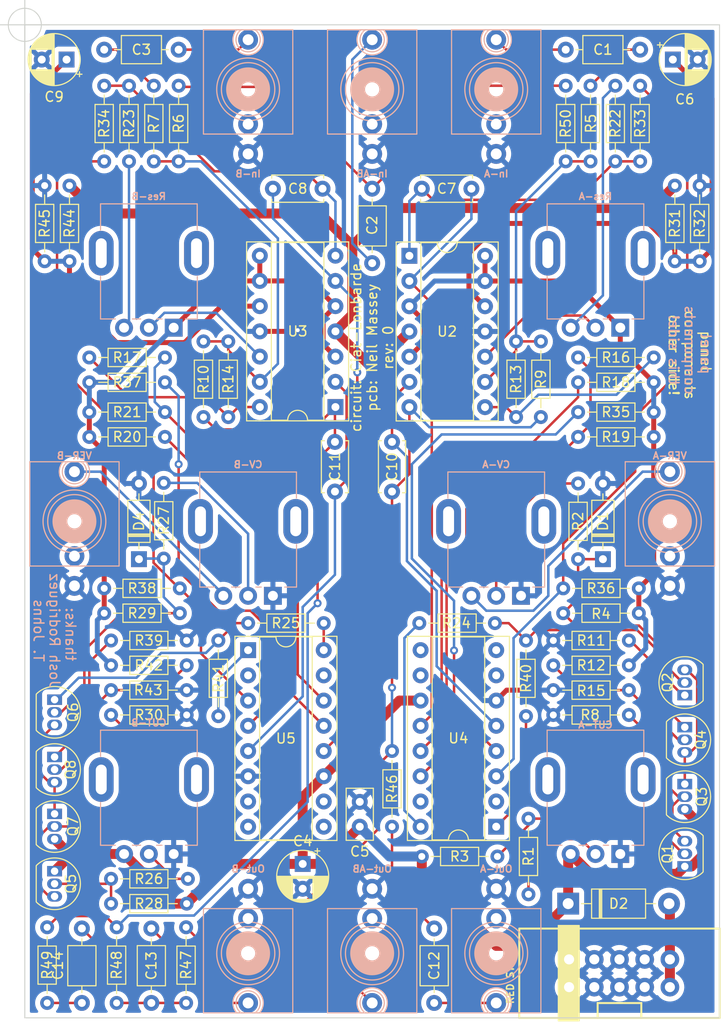
<source format=kicad_pcb>
(kicad_pcb (version 20211014) (generator pcbnew)
  (layers (0 "F.Cu" signal) (31 "B.Cu" signal) (34 "B.Paste" user) (35 "F.Paste" user) (36 "B.SilkS" user "B.Silkscreen") (37 "F.SilkS" user "F.Silkscreen") (38 "B.Mask" user) (39 "F.Mask" user) (44 "Edge.Cuts" user))
  (net 0 "")
  (net 1 "Net-(C1-Pad1)")
  (net 2 "Net-(C1-Pad2)")
  (net 3 "Net-(C2-Pad1)")
  (net 4 "Net-(C2-Pad2)")
  (net 5 "Net-(C3-Pad1)")
  (net 6 "Net-(C3-Pad2)")
  (net 7 "GND")
  (net 8 "Net-(C6-Pad1)")
  (net 9 "Net-(C7-Pad1)")
  (net 10 "Net-(C7-Pad2)")
  (net 11 "Net-(C8-Pad1)")
  (net 12 "Net-(C8-Pad2)")
  (net 13 "Net-(C9-Pad1)")
  (net 14 "Net-(C11-Pad1)")
  (net 15 "Net-(C11-Pad2)")
  (net 16 "Net-(C12-Pad1)")
  (net 17 "Net-(C12-Pad2)")
  (net 18 "Net-(C13-Pad1)")
  (net 19 "Net-(C13-Pad2)")
  (net 20 "Net-(C14-Pad1)")
  (net 21 "Net-(C14-Pad2)")
  (net 22 "Net-(D2-Pad2)")
  (net 26 "Net-(J5-Pad1)")
  (net 30 "Net-(Q1-Pad2)")
  (net 31 "Net-(Q1-Pad3)")
  (net 32 "VC1")
  (net 33 "Net-(R2-Pad2)")
  (net 34 "Net-(Q2-Pad3)")
  (net 35 "Net-(Q4-Pad1)")
  (net 36 "Net-(Q4-Pad2)")
  (net 37 "Net-(Q5-Pad2)")
  (net 38 "Net-(Q5-Pad3)")
  (net 39 "VC2")
  (net 40 "Net-(R2-Pad1)")
  (net 41 "Net-(Q6-Pad3)")
  (net 42 "Net-(Q8-Pad1)")
  (net 43 "Net-(Q8-Pad2)")
  (net 44 "Net-(R1-Pad1)")
  (net 45 "Net-(D4-Pad1)")
  (net 46 "MIDO1")
  (net 47 "Net-(R10-Pad1)")
  (net 48 "Net-(R13-Pad1)")
  (net 49 "Net-(R14-Pad1)")
  (net 50 "Net-(R16-Pad1)")
  (net 51 "Net-(R17-Pad1)")
  (net 52 "Net-(R18-Pad2)")
  (net 53 "MIDO2")
  (net 54 "Net-(R20-Pad2)")
  (net 55 "Net-(R22-Pad1)")
  (net 56 "Net-(R23-Pad1)")
  (net 57 "Net-(R24-Pad1)")
  (net 58 "Net-(R25-Pad1)")
  (net 59 "Net-(R26-Pad1)")
  (net 60 "Net-(R27-Pad1)")
  (net 61 "Net-(R33-Pad1)")
  (net 62 "Net-(R34-Pad1)")
  (net 63 "Net-(R35-Pad2)")
  (net 64 "Net-(R37-Pad2)")
  (net 65 "Net-(R40-Pad1)")
  (net 66 "Net-(R41-Pad1)")
  (net 67 "Net-(RV3-Pad2)")
  (net 68 "Net-(RV4-Pad2)")
  (net 73 "Net-(R13-Pad2)")
  (net 74 "Net-(C10-Pad1)")
  (net 75 "Net-(C10-Pad2)")
  (net 76 "+12V")
  (net 79 "Net-(J1-PadT)")
  (net 80 "Net-(J6-PadT)")
  (footprint "Resistor_THT:R_Axial_DIN0204_L3.6mm_D1.6mm_P7.62mm_Horizontal" (layer "F.Cu") (at 14.25 98.5 90)
    (fp_text reference "R48")
    (fp_text value "10k")
  )
  (footprint "Package_DIP:DIP-14_W7.62mm_Socket" (layer "F.Cu") (at 36.3 38.49 180)
    (fp_text reference "U3")
    (fp_text value "TL084")
  )
  (footprint "Resistor_THT:R_Axial_DIN0204_L3.6mm_D1.6mm_P7.62mm_Horizontal" (layer "F.Cu") (at 24.5 69.62 90)
    (fp_text reference "R41")
    (fp_text value "10k")
  )
  (footprint "Resistor_THT:R_Axial_DIN0204_L3.6mm_D1.6mm_P7.62mm_Horizontal" (layer "F.Cu") (at 7 23.81 90)
    (fp_text reference "R45")
    (fp_text value "22k")
  )
  (footprint "Resistor_THT:R_Axial_DIN0204_L3.6mm_D1.6mm_P7.62mm_Horizontal" (layer "F.Cu") (at 44.75 60.25)
    (fp_text reference "R24")
    (fp_text value "10k")
  )
  (footprint "Package_TO_SOT_THT:TO-92_Inline" (layer "F.Cu") (at 71.5 67.5 90)
    (fp_text reference "Q2")
    (fp_text value "BC557")
  )
  (footprint "Resistor_THT:R_Axial_DIN0204_L3.6mm_D1.6mm_P7.62mm_Horizontal" (layer "F.Cu") (at 21.31 69.5 180)
    (fp_text reference "R30")
    (fp_text value "1Meg")
  )
  (footprint "Resistor_THT:R_Axial_DIN0204_L3.6mm_D1.6mm_P7.62mm_Horizontal" (layer "F.Cu") (at 58.25 69.5)
    (fp_text reference "R8")
    (fp_text value "1Meg")
  )
  (footprint "Resistor_THT:R_Axial_DIN0204_L3.6mm_D1.6mm_P7.62mm_Horizontal" (layer "F.Cu") (at 58.25 62)
    (fp_text reference "R11")
    (fp_text value "4.7k")
  )
  (footprint "Package_DIP:DIP-14_W7.62mm_Socket" (layer "F.Cu") (at 43.75 23.26)
    (fp_text reference "U2")
    (fp_text value "TL084")
  )
  (footprint "Resistor_THT:R_Axial_DIN0204_L3.6mm_D1.6mm_P7.62mm_Horizontal" (layer "F.Cu") (at 19.12 33.5 180)
    (fp_text reference "R17")
    (fp_text value "47k")
  )
  (footprint "Resistor_THT:R_Axial_DIN0204_L3.6mm_D1.6mm_P7.62mm_Horizontal" (layer "F.Cu") (at 25.5 39.5 90)
    (fp_text reference "R14")
    (fp_text value "47k")
  )
  (footprint "Capacitor_THT:C_Axial_L3.8mm_D2.6mm_P7.50mm_Horizontal" (layer "F.Cu") (at 59.5 2.5)
    (fp_text reference "C1")
    (fp_text value "100nF")
  )
  (footprint "Resistor_THT:R_Axial_DIN0204_L3.6mm_D1.6mm_P7.62mm_Horizontal" (layer "F.Cu") (at 64.5 6.13 -90)
    (fp_text reference "R22")
    (fp_text value "100k")
  )
  (footprint "Resistor_THT:R_Axial_DIN0204_L3.6mm_D1.6mm_P7.62mm_Horizontal" (layer "F.Cu") (at 65.87 67 180)
    (fp_text reference "R15")
    (fp_text value "220k")
  )
  (footprint "Capacitor_THT:CP_Radial_D5.0mm_P2.50mm" (layer "F.Cu") (at 33 84.5 -90)
    (fp_text reference "C4")
    (fp_text value "10uF")
  )
  (footprint "Resistor_THT:R_Axial_DIN0204_L3.6mm_D1.6mm_P7.62mm_Horizontal" (layer "F.Cu") (at 55.5 69.62 90)
    (fp_text reference "R40")
    (fp_text value "10k")
  )
  (footprint "Resistor_THT:R_Axial_DIN0204_L3.6mm_D1.6mm_P7.62mm_Horizontal" (layer "F.Cu") (at 23 31.88 -90)
    (fp_text reference "R10")
    (fp_text value "47k")
  )
  (footprint "Resistor_THT:R_Axial_DIN0204_L3.6mm_D1.6mm_P7.62mm_Horizontal" (layer "F.Cu") (at 66.87 59.25 180)
    (fp_text reference "R4")
    (fp_text value "4.7k")
  )
  (footprint "Resistor_THT:R_Axial_DIN0204_L3.6mm_D1.6mm_P7.62mm_Horizontal" (layer "F.Cu") (at 13.69 64.5)
    (fp_text reference "R42")
    (fp_text value "4.7k")
  )
  (footprint "Package_DIP:DIP-16_W7.62mm_Socket" (layer "F.Cu") (at 27.5 62.97)
    (fp_text reference "U5")
    (fp_text value "LM13700")
  )
  (footprint "Resistor_THT:R_Axial_DIN0204_L3.6mm_D1.6mm_P7.62mm_Horizontal" (layer "F.Cu") (at 21.31 86 180)
    (fp_text reference "R26")
    (fp_text value "220k")
  )
  (footprint "Capacitor_THT:C_Disc_D5.0mm_W2.5mm_P5.00mm" (layer "F.Cu") (at 42 42 -90)
    (fp_text reference "C10")
    (fp_text value "1nF")
  )
  (footprint "Capacitor_THT:C_Axial_L3.8mm_D2.6mm_P7.50mm_Horizontal" (layer "F.Cu") (at 40 24 90)
    (fp_text reference "C2")
    (fp_text value "100nF")
  )
  (footprint "Package_TO_SOT_THT:TO-92_Inline" (layer "F.Cu") (at 8 67.96 -90)
    (fp_text reference "Q6")
    (fp_text value "BC557")
  )
  (footprint "Resistor_THT:R_Axial_DIN0204_L3.6mm_D1.6mm_P7.62mm_Horizontal" (layer "F.Cu") (at 55.75 87.56 90)
    (fp_text reference "R1")
    (fp_text value "220k")
  )
  (footprint "Package_TO_SOT_THT:TO-92_Inline" (layer "F.Cu") (at 71.5 76.46 -90)
    (fp_text reference "Q3")
    (fp_text value "BC557")
  )
  (footprint "Diode_THT:D_DO-41_SOD81_P10.16mm_Horizontal" (layer "F.Cu") (at 59.75 88.5)
    (fp_text reference "D2")
    (fp_text value "1N4001")
  )
  (footprint "Resistor_THT:R_Axial_DIN0204_L3.6mm_D1.6mm_P7.62mm_Horizontal" (layer "F.Cu") (at 62 6.13 -90)
    (fp_text reference "R5")
    (fp_text value "47k")
  )
  (footprint "Resistor_THT:R_Axial_DIN0204_L3.6mm_D1.6mm_P7.62mm_Horizontal" (layer "F.Cu") (at 18 6.13 -90)
    (fp_text reference "R7")
    (fp_text value "47k")
  )
  (footprint "Resistor_THT:R_Axial_DIN0204_L3.6mm_D1.6mm_P7.62mm_Horizontal" (layer "F.Cu") (at 68.37 36 180)
    (fp_text reference "R18")
    (fp_text value "470")
  )
  (footprint "Capacitor_THT:C_Axial_L3.8mm_D2.6mm_P7.50mm_Horizontal" (layer "F.Cu") (at 17.75 98.5 90)
    (fp_text reference "C13")
    (fp_text value "100nF")
  )
  (footprint "Resistor_THT:R_Axial_DIN0204_L3.6mm_D1.6mm_P7.62mm_Horizontal" (layer "F.Cu") (at 67 6.13 -90)
    (fp_text reference "R33")
    (fp_text value "47k")
  )
  (footprint "Resistor_THT:R_Axial_DIN0204_L3.6mm_D1.6mm_P7.62mm_Horizontal" (layer "F.Cu") (at 7.25 98.5 90)
    (fp_text reference "R49")
    (fp_text value "10k")
  )
  (footprint "Resistor_THT:R_Axial_DIN0204_L3.6mm_D1.6mm_P7.62mm_Horizontal" (layer "F.Cu") (at 70.5 16.19 -90)
    (fp_text reference "R31")
    (fp_text value "22k")
  )
  (footprint "Capacitor_THT:C_Disc_D5.0mm_W2.5mm_P5.00mm" (layer "F.Cu") (at 30 16.5)
    (fp_text reference "C8")
    (fp_text value "1nF")
  )
  (footprint "Resistor_THT:R_Axial_DIN0204_L3.6mm_D1.6mm_P7.62mm_Horizontal" (layer "F.Cu") (at 60.75 33.5)
    (fp_text reference "R16")
    (fp_text value "47k")
  )
  (footprint "Resistor_THT:R_Axial_DIN0204_L3.6mm_D1.6mm_P7.62mm_Horizontal" (layer "F.Cu") (at 15.5 13.75 90)
    (fp_text reference "R23")
    (fp_text value "100k")
  )
  (footprint "Resistor_THT:R_Axial_DIN0204_L3.6mm_D1.6mm_P7.62mm_Horizontal" (layer "F.Cu") (at 19.12 39 180)
    (fp_text reference "R21")
    (fp_text value "470")
  )
  (footprint "Package_TO_SOT_THT:TO-92_Inline" (layer "F.Cu") (at 8 85.23 -90)
    (fp_text reference "Q5")
    (fp_text value "BC547")
  )
  (footprint "Resistor_THT:R_Axial_DIN0204_L3.6mm_D1.6mm_P7.62mm_Horizontal" (layer "F.Cu") (at 54.5 39.5 90)
    (fp_text reference "R13")
    (fp_text value "47k")
  )
  (footprint "Package_TO_SOT_THT:TO-92_Inline" (layer "F.Cu") (at 71.5 70.73 -90)
    (fp_text reference "Q4")
    (fp_text value "BC557")
  )
  (footprint "Package_TO_SOT_THT:TO-92_Inline" (layer "F.Cu") (at 8 73.73 -90)
    (fp_text reference "Q8")
    (fp_text value "BC557")
  )
  (footprint "Diode_THT:D_DO-35_SOD27_P7.62mm_Horizontal" (layer "F.Cu") (at 16.5 53.81 90)
    (fp_text reference "D4")
    (fp_text value "BAT42")
  )
  (footprint "Capacitor_THT:C_Disc_D5.0mm_W2.5mm_P2.50mm" (layer "F.Cu") (at 38.75 78.25 -90)
    (fp_text reference "C5")
    (fp_text value "100nF")
  )
  (footprint "Resistor_THT:R_Axial_DIN0204_L3.6mm_D1.6mm_P7.62mm_Horizontal" (layer "F.Cu") (at 13.69 88.5)
    (fp_text reference "R28")
    (fp_text value "4.7k")
  )
  (footprint "Resistor_THT:R_Axial_DIN0204_L3.6mm_D1.6mm_P7.62mm_Horizontal" (layer "F.Cu") (at 60.75 46.19 -90)
    (fp_text reference "R2")
    (fp_text value "220k")
  )
  (footprint "Resistor_THT:R_Axial_DIN0204_L3.6mm_D1.6mm_P7.62mm_Horizontal" (layer "F.Cu") (at 57 31.88 -90)
    (fp_text reference "R9")
    (fp_text value "47k")
  )
  (footprint "Resistor_THT:R_Axial_DIN0204_L3.6mm_D1.6mm_P7.62mm_Horizontal" (layer "F.Cu") (at 59.25 56.75)
    (fp_text reference "R36")
    (fp_text value "470")
  )
  (footprint "Resistor_THT:R_Axial_DIN0204_L3.6mm_D1.6mm_P7.62mm_Horizontal" (layer "F.Cu") (at 68.37 39 180)
    (fp_text reference "R35")
    (fp_text value "470")
  )
  (footprint "Resistor_THT:R_Axial_DIN0204_L3.6mm_D1.6mm_P7.62mm_Horizontal" (layer "F.Cu") (at 20.62 56.75 180)
    (fp_text reference "R38")
    (fp_text value "470")
  )
  (footprint "Package_TO_SOT_THT:TO-92_Inline" (layer "F.Cu") (at 71.5 84.75 90)
    (fp_text reference "Q1")
    (fp_text value "BC547")
  )
  (footprint "Resistor_THT:R_Axial_DIN0204_L3.6mm_D1.6mm_P7.62mm_Horizontal" (layer "F.Cu") (at 13 59.25)
    (fp_text reference "R29")
    (fp_text value "4.7k")
  )
  (footprint "Resistor_THT:R_Axial_DIN0204_L3.6mm_D1.6mm_P7.62mm_Horizontal" (layer "F.Cu") (at 73 23.81 90)
    (fp_text reference "R32")
    (fp_text value "22k")
  )
  (footprint "Resistor_THT:R_Axial_DIN0204_L3.6mm_D1.6mm_P7.62mm_Horizontal" (layer "F.Cu") (at 59.5 6.13 -90)
    (fp_text reference "R50")
    (fp_text value "47k")
  )
  (footprint "Capacitor_THT:CP_Radial_D5.0mm_P2.50mm" (layer "F.Cu") (at 70.294888 3.5)
    (fp_text reference "C6")
    (fp_text value "10uF")
  )
  (footprint "Capacitor_THT:C_Axial_L3.8mm_D2.6mm_P7.50mm_Horizontal" (layer "F.Cu") (at 10.75 98.5 90)
    (fp_text reference "C14")
    (fp_text value "100nF")
  )
  (footprint "Capacitor_THT:C_Disc_D5.0mm_W2.5mm_P5.00mm" (layer "F.Cu") (at 36.25 47 90)
    (fp_text reference "C11")
    (fp_text value "1nF")
  )
  (footprint "Capacitor_THT:CP_Radial_D5.0mm_P2.50mm" (layer "F.Cu") (at 9.205113 3.5 180)
    (fp_text reference "C9")
    (fp_text value "10uF")
  )
  (footprint "Resistor_THT:R_Axial_DIN0204_L3.6mm_D1.6mm_P7.62mm_Horizontal" (layer "F.Cu") (at 65.87 64.5 180)
    (fp_text reference "R12")
    (fp_text value "4.7k")
  )
  (footprint "Package_TO_SOT_THT:TO-92_Inline" (layer "F.Cu") (at 8 79.46 -90)
    (fp_text reference "Q7")
    (fp_text value "BC557")
  )
  (footprint "Diode_THT:D_DO-35_SOD27_P7.62mm_Horizontal" (layer "F.Cu") (at 63.25 53.81 90)
    (fp_text reference "D1")
    (fp_text value "BAT42")
  )
  (footprint "Resistor_THT:R_Axial_DIN0204_L3.6mm_D1.6mm_P7.62mm_Horizontal" (layer "F.Cu") (at 21.31 62 180)
    (fp_text reference "R39")
    (fp_text value "4.7k")
  )
  (footprint "Resistor_THT:R_Axial_DIN0204_L3.6mm_D1.6mm_P7.62mm_Horizontal" (layer "F.Cu") (at 52.62 83.75 180)
    (fp_text reference "R3")
    (fp_text value "4.7k")
  )
  (footprint "Resistor_THT:R_Axial_DIN0204_L3.6mm_D1.6mm_P7.62mm_Horizontal" (layer "F.Cu") (at 9.5 16.19 -90)
    (fp_text reference "R44")
    (fp_text value "22k")
  )
  (footprint "Resistor_THT:R_Axial_DIN0204_L3.6mm_D1.6mm_P7.62mm_Horizontal" (layer "F.Cu") (at 42 80.75 90)
    (fp_text reference "R46")
    (fp_text value "10k")
  )
  (footprint "Resistor_THT:R_Axial_DIN0204_L3.6mm_D1.6mm_P7.62mm_Horizontal" (layer "F.Cu") (at 35.12 60.25 180)
    (fp_text reference "R25")
    (fp_text value "10k")
  )
  (footprint "Capacitor_THT:C_Axial_L3.8mm_D2.6mm_P7.50mm_Horizontal" (layer "F.Cu") (at 20.5 2.5 180)
    (fp_text reference "C3")
    (fp_text value "100nF")
  )
  (footprint "Resistor_THT:R_Axial_DIN0204_L3.6mm_D1.6mm_P7.62mm_Horizontal" (layer "F.Cu") (at 60.75 41.5)
    (fp_text reference "R19")
    (fp_text value "470")
  )
  (footprint "Package_DIP:DIP-16_W7.62mm_Socket" (layer "F.Cu") (at 52.5 80.75 180)
    (fp_text reference "U4")
    (fp_text value "LM13700")
  )
  (footprint "Resistor_THT:R_Axial_DIN0204_L3.6mm_D1.6mm_P7.62mm_Horizontal" (layer "F.Cu") (at 11.5 41.5)
    (fp_text reference "R20")
    (fp_text value "470")
  )
  (footprint "winterbloom:Eurorack_Power_2x5_Shrouded" (layer "F.Cu") (at 59.84 96.907)
    (fp_text reference "J5" hide)
    (fp_text value "Eurorack_Power" hide)
  )
  (footprint "Resistor_THT:R_Axial_DIN0204_L3.6mm_D1.6mm_P7.62mm_Horizontal" (layer "F.Cu") (at 13.69 67)
    (fp_text reference "R43")
    (fp_text value "220k")
  )
  (footprint "Resistor_THT:R_Axial_DIN0204_L3.6mm_D1.6mm_P7.62mm_Horizontal" (layer "F.Cu") (at 20.5 6.13 -90)
    (fp_text reference "R6")
    (fp_text value "47k")
  )
  (footprint "Resistor_THT:R_Axial_DIN0204_L3.6mm_D1.6mm_P7.62mm_Horizontal" (layer "F.Cu") (at 13 13.75 90)
    (fp_text reference "R34")
    (fp_text value "47k")
  )
  (footprint "Resistor_THT:R_Axial_DIN0204_L3.6mm_D1.6mm_P7.62mm_Horizontal" (layer "F.Cu") (at 19 46.13 -90)
    (fp_text reference "R27")
    (fp_text value "220k")
  )
  (footprint "Capacitor_THT:C_Axial_L3.8mm_D2.6mm_P7.50mm_Horizontal" (layer "F.Cu") (at 46.25 91 -90)
    (fp_text reference "C12")
    (fp_text value "100nF")
  )
  (footprint "Resistor_THT:R_Axial_DIN0204_L3.6mm_D1.6mm_P7.62mm_Horizontal" (layer "F.Cu") (at 11.5 36)
    (fp_text reference "R37")
    (fp_text value "470")
  )
  (footprint "Capacitor_THT:C_Disc_D5.0mm_W2.5mm_P5.00mm" (layer "F.Cu") (at 50 16.5 180)
    (fp_text reference "C7")
    (fp_text value "1nF")
  )
  (footprint "Resistor_THT:R_Axial_DIN0204_L3.6mm_D1.6mm_P7.62mm_Horizontal" (layer "F.Cu") (at 21.25 98.5 90)
    (fp_text reference "R47")
    (fp_text value "10k")
  )
  (footprint "winterbloom:Potentiometer_Alpha_R0904N" (layer "B.Cu") (at 52.5 50 180)
    (fp_text reference "RV2")
    (fp_text value "CV-A")
  )
  (footprint "winterbloom:Potentiometer_Alpha_R0904N" (layer "B.Cu") (at 62.5 23 180)
    (fp_text reference "RV3")
    (fp_text value "Res-A")
  )
  (footprint "winterbloom:AudioJack_WQP518MA" (layer "B.Cu") (at 27.5 93.5)
    (fp_text reference "J9" hide)
    (fp_text value "Out-B")
  )
  (footprint "winterbloom:AudioJack_WQP518MA" (layer "B.Cu") (at 52.5 6.5 180)
    (fp_text reference "J2" hide)
    (fp_text value "In-A")
  )
  (footprint "winterbloom:Potentiometer_Alpha_R0904N" (layer "B.Cu") (at 27.5 50 180)
    (fp_text reference "RV6")
    (fp_text value "CV-B")
  )
  (footprint "winterbloom:Potentiometer_Alpha_R0904N" (layer "B.Cu") (at 17.5 23 180)
    (fp_text reference "RV4")
    (fp_text value "Res-B")
  )
  (footprint "winterbloom:AudioJack_WQP518MA" (layer "B.Cu") (at 52.5 93.5)
    (fp_text reference "J7" hide)
    (fp_text value "Out-A")
  )
  (footprint "winterbloom:AudioJack_WQP518MA" (layer "B.Cu") (at 10 50 180)
    (fp_text reference "J6" hide)
    (fp_text value "VER-B")
  )
  (footprint "winterbloom:Potentiometer_Alpha_R0904N" (layer "B.Cu") (at 62.5 76 180)
    (fp_text reference "RV1")
    (fp_text value "CUT-A")
  )
  (footprint "winterbloom:AudioJack_WQP518MA" (layer "B.Cu") (at 40 93.5)
    (fp_text reference "J8" hide)
    (fp_text value "Out-AB")
  )
  (footprint "winterbloom:AudioJack_WQP518MA" (layer "B.Cu") (at 40 6.5 180)
    (fp_text reference "J3" hide)
    (fp_text value "In-AB")
  )
  (footprint "winterbloom:AudioJack_WQP518MA" (layer "B.Cu") (at 27.5 6.5 180)
    (fp_text reference "J4" hide)
    (fp_text value "In-B")
  )
  (footprint "winterbloom:Potentiometer_Alpha_R0904N" (layer "B.Cu") (at 17.5 76 180)
    (fp_text reference "RV5")
    (fp_text value "CUT-B")
  )
  (footprint "winterbloom:AudioJack_WQP518MA" (layer "B.Cu") (at 70 50 180)
    (fp_text reference "J1" hide)
    (fp_text value "VER-A")
  )
  (gr_line locked (start 75 100) (end 5 100) (layer "Edge.Cuts") (width 0.1))
  (gr_line locked (start 75 0) (end 75 100) (layer "Edge.Cuts") (width 0.1))
  (gr_line locked (start 5 0) (end 75 0) (layer "Edge.Cuts") (width 0.1))
  (gr_line locked (start 5 100) (end 5 0) (layer "Edge.Cuts") (width 0.1))
  (gr_text "thanks: \nJosh Rodriguez\nT. Johns" (at 8 61 -90) (layer "B.SilkS") (effects (font (size 1 1)) (justify mirror)))
  (gr_text "panel \ncomponents\nthis side!" (at 72 32.75 -90) (layer "B.SilkS") (effects (font (size 1 1)) (justify mirror)))
  (gr_text "circuit: Ciat-Lonbarde\npcb: Neil Massey\nrev: 0" (at 40 32.5 90) (layer "F.SilkS") (effects (font (size 1 1))))
  (gr_text "panel \ncomponents\nother side!" (at 72 33.25 270) (layer "F.SilkS") (effects (font (size 1 1))))
  (target plus (at 5 0) (size 5) (width 0.1) (layer "Edge.Cuts"))
  (segment (start 53.5 2.5) (end 52.5 1.5) (width 0.25) (layer "F.Cu") (net 1))
  (segment (start 59.5 2.5) (end 53.5 2.5) (width 0.25) (layer "F.Cu") (net 1))
  (segment (start 65.63 2.5) (end 67 2.5) (width 0.25) (layer "F.Cu") (net 2))
  (segment (start 62 6.13) (end 65.63 2.5) (width 0.25) (layer "F.Cu") (net 2))
  (segment (start 38 22) (end 38 3.5) (width 0.25) (layer "B.Cu") (net 3))
  (segment (start 38 3.5) (end 40 1.5) (width 0.25) (layer "B.Cu") (net 3))
  (segment (start 40 24) (end 38 22) (width 0.25) (layer "B.Cu") (net 3))
  (segment (start 40 16.5) (end 50.37 6.13) (width 0.25) (layer "F.Cu") (net 4))
  (segment (start 20.62 6.25) (end 20.5 6.13) (width 0.25) (layer "F.Cu") (net 4))
  (segment (start 29.75 6.25) (end 20.62 6.25) (width 0.25) (layer "F.Cu") (net 4))
  (segment (start 50.37 6.13) (end 59.5 6.13) (width 0.25) (layer "F.Cu") (net 4))
  (segment (start 40 16.5) (end 29.75 6.25) (width 0.25) (layer "F.Cu") (net 4))
  (segment (start 20.5 2.5) (end 26.5 2.5) (width 0.25) (layer "F.Cu") (net 5))
  (segment (start 26.5 2.5) (end 27.5 1.5) (width 0.25) (layer "F.Cu") (net 5))
  (segment (start 13 2.5) (end 14.25 2.5) (width 0.25) (layer "F.Cu") (net 6))
  (segment (start 14.25 2.5) (end 17.88 6.13) (width 0.25) (layer "F.Cu") (net 6))
  (segment (start 17.88 6.13) (end 18 6.13) (width 0.25) (layer "F.Cu") (net 6))
  (segment (start 58.25 67) (end 53.55 67) (width 0.5) (layer "F.Cu") (net 7))
  (segment (start 53.55 67) (end 52.5 68.05) (width 0.5) (layer "F.Cu") (net 7))
  (segment (start 28.68 30.87) (end 32.38 30.87) (width 0.5) (layer "F.Cu") (net 7))
  (segment (start 32.38 30.87) (end 32.5 30.75) (width 0.5) (layer "F.Cu") (net 7))
  (via (at 32.5 30.75) (size 0.8) (drill 0.4) (layers "F.Cu" "B.Cu") (net 7))
  (segment (start 70.5 22.648258) (end 67.851742 20) (width 0.5) (layer "F.Cu") (net 8))
  (segment (start 74.25 22.56) (end 74.25 7.455112) (width 0.5) (layer "F.Cu") (net 8))
  (segment (start 74.25 7.455112) (end 70.294888 3.5) (width 0.5) (layer "F.Cu") (net 8))
  (segment (start 49.75 23.008846) (end 49.75 26.72) (width 0.5) (layer "F.Cu") (net 8))
  (segment (start 49.75 26.72) (end 51.37 28.34) (width 0.5) (layer "F.Cu") (net 8))
  (segment (start 70.5 23.81) (end 70.5 22.648258) (width 0.5) (layer "F.Cu") (net 8))
  (segment (start 73 23.81) (end 74.25 22.56) (width 0.5) (layer "F.Cu") (net 8))
  (segment (start 52.758846 20) (end 49.75 23.008846) (width 0.5) (layer "F.Cu") (net 8))
  (segment (start 67.851742 20) (end 52.758846 20) (width 0.5) (layer "F.Cu") (net 8))
  (segment (start 70.5 23.81) (end 73 23.81) (width 0.5) (layer "B.Cu") (net 8))
  (segment (start 46.004511 69.465489) (end 46.004511 28.054511) (width 0.25) (layer "F.Cu") (net 9))
  (segment (start 46.004511 28.054511) (end 43.75 25.8) (width 0.25) (layer "F.Cu") (net 9))
  (segment (start 44.88 70.59) (end 46.004511 69.465489) (width 0.25) (layer "F.Cu") (net 9))
  (segment (start 50 19.55) (end 50 16.5) (width 0.25) (layer "B.Cu") (net 9))
  (segment (start 43.75 25.8) (end 50 19.55) (width 0.25) (layer "B.Cu") (net 9))
  (segment (start 45 16.5) (end 46.124511 17.624511) (width 0.25) (layer "F.Cu") (net 10))
  (segment (start 60.625489 17.624511) (end 64.5 13.75) (width 0.25) (layer "F.Cu") (net 10))
  (segment (start 46.124511 17.624511) (end 60.625489 17.624511) (width 0.25) (layer "F.Cu") (net 10))
  (segment (start 64.5 13.75) (end 67 13.75) (width 0.25) (layer "F.Cu") (net 10))
  (segment (start 43.75 17.75) (end 45 16.5) (width 0.25) (layer "B.Cu") (net 10))
  (segment (start 43.75 23.26) (end 43.75 17.75) (width 0.25) (layer "B.Cu") (net 10))
  (segment (start 35.12 73.13) (end 38.5 69.75) (width 0.25) (layer "F.Cu") (net 11))
  (segment (start 38.5 69.75) (end 38.5 35) (width 0.25) (layer "F.Cu") (net 11))
  (via (at 38.5 35) (size 0.8) (drill 0.4) (layers "F.Cu" "B.Cu") (net 11))
  (segment (start 38.5 27.99) (end 38.5 35) (width 0.25) (layer "B.Cu") (net 11))
  (segment (start 36.3 25.79) (end 38.5 27.99) (width 0.25) (layer "B.Cu") (net 11))
  (segment (start 30 19.49) (end 36.3 25.79) (width 0.25) (layer "B.Cu") (net 11))
  (segment (start 30 16.5) (end 30 19.49) (width 0.25) (layer "B.Cu") (net 11))
  (segment (start 13 6.13) (end 15.5 6.13) (width 0.25) (layer "F.Cu") (net 12))
  (segment (start 15.5 6.13) (end 24.12 14.75) (width 0.25) (layer "F.Cu") (net 12))
  (segment (start 33.25 14.75) (end 35 16.5) (width 0.25) (layer "F.Cu") (net 12))
  (segment (start 24.12 14.75) (end 33.25 14.75) (width 0.25) (layer "F.Cu") (net 12))
  (segment (start 36.3 23.25) (end 36.3 17.8) (width 0.25) (layer "B.Cu") (net 12))
  (segment (start 36.3 17.8) (end 35 16.5) (width 0.25) (layer "B.Cu") (net 12))
  (segment (start 28.68 28.33) (end 24.769511 28.33) (width 0.5) (layer "F.Cu") (net 13))
  (segment (start 5.75 6.955113) (end 9.205113 3.5) (width 0.5) (layer "F.Cu") (net 13))
  (segment (start 21.099511 32) (end 14.25 32) (width 0.5) (layer "F.Cu") (net 13))
  (segment (start 24.769511 28.33) (end 21.099511 32) (width 0.5) (layer "F.Cu") (net 13))
  (segment (start 9.5 27.25) (end 9.5 23.81) (width 0.5) (layer "F.Cu") (net 13))
  (segment (start 5.75 22.56) (end 5.75 6.955113) (width 0.5) (layer "F.Cu") (net 13))
  (segment (start 14.25 32) (end 9.5 27.25) (width 0.5) (layer "F.Cu") (net 13))
  (segment (start 7 23.81) (end 5.75 22.56) (width 0.5) (layer "F.Cu") (net 13))
  (segment (start 7 23.81) (end 9.5 23.81) (width 0.5) (layer "B.Cu") (net 13))
  (segment (start 37.424511 45.825489) (end 37.424511 37.074511) (width 0.25) (layer "F.Cu") (net 14))
  (segment (start 36.25 47) (end 37.424511 45.825489) (width 0.25) (layer "F.Cu") (net 14))
  (segment (start 37.424511 37.074511) (end 36.3 35.95) (width 0.25) (layer "F.Cu") (net 14))
  (segment (start 27.5 73.13) (end 33 67.63) (width 0.25) (layer "B.Cu") (net 14))
  (segment (start 33 67.63) (end 33 58.625) (width 0.25) (layer "B.Cu") (net 14))
  (segment (start 36.25 55.375) (end 36.25 47) (width 0.25) (layer "B.Cu") (net 14))
  (segment (start 33 58.625) (end 36.25 55.375) (width 0.25) (layer "B.Cu") (net 14))
  (segment (start 24.25 40.75) (end 34.04 40.75) (width 0.25) (layer "F.Cu") (net 15))
  (segment (start 8.38 89.75) (end 13.12 89.75) (width 0.25) (layer "F.Cu") (net 15))
  (segment (start 13.12 89.75) (end 14.25 90.88) (width 0.25) (layer "F.Cu") (net 15))
  (segment (start 34.04 40.75) (end 36.3 38.49) (width 0.25) (layer "F.Cu") (net 15))
  (segment (start 23 39.5) (end 24.25 40.75) (width 0.25) (layer "F.Cu") (net 15))
  (segment (start 36.25 38.54) (end 36.3 38.49) (width 0.25) (layer "F.Cu") (net 15))
  (segment (start 36.25 42) (end 34.5 43.75) (width 0.25) (layer "F.Cu") (net 15))
  (segment (start 34.5 43.75) (end 34.5 58.25) (width 0.25) (layer "F.Cu") (net 15))
  (segment (start 7.25 90.88) (end 8.38 89.75) (width 0.25) (layer "F.Cu") (net 15))
  (segment (start 36.25 42) (end 36.25 38.54) (width 0.25) (layer "F.Cu") (net 15))
  (via (at 34.5 58.25) (size 0.8) (drill 0.4) (layers "F.Cu" "B.Cu") (net 15))
  (segment (start 33.5 59.25) (end 34.5 58.25) (width 0.25) (layer "B.Cu") (net 15))
  (segment (start 22.05 89.7) (end 33.5 78.25) (width 0.25) (layer "B.Cu") (net 15))
  (segment (start 14.25 90.88) (end 15.43 89.7) (width 0.25) (layer "B.Cu") (net 15))
  (segment (start 15.43 89.7) (end 22.05 89.7) (width 0.25) (layer "B.Cu") (net 15))
  (segment (start 33.5 78.25) (end 33.5 59.25) (width 0.25) (layer "B.Cu") (net 15))
  (segment (start 42 80.75) (end 42 86.75) (width 0.25) (layer "F.Cu") (net 16))
  (segment (start 42 86.75) (end 46.25 91) (width 0.25) (layer "F.Cu") (net 16))
  (segment (start 46.25 98.5) (end 52.5 98.5) (width 0.25) (layer "F.Cu") (net 17))
  (segment (start 14.25 98.5) (end 21.25 98.5) (width 0.25) (layer "F.Cu") (net 18))
  (segment (start 17.75 91) (end 23 96.25) (width 0.25) (layer "F.Cu") (net 19))
  (segment (start 37.75 96.25) (end 40 98.5) (width 0.25) (layer "F.Cu") (net 19))
  (segment (start 23 96.25) (end 37.75 96.25) (width 0.25) (layer "F.Cu") (net 19))
  (segment (start 7.25 98.5) (end 10.75 98.5) (width 0.25) (layer "F.Cu") (net 20))
  (segment (start 10.75 91) (end 16.5 96.75) (width 0.25) (layer "F.Cu") (net 21))
  (segment (start 16.5 96.75) (end 21.75 96.75) (width 0.25) (layer "F.Cu") (net 21))
  (segment (start 23.5 98.5) (end 27.5 98.5) (width 0.25) (layer "F.Cu") (net 21))
  (segment (start 21.75 96.75) (end 23.5 98.5) (width 0.25) (layer "F.Cu") (net 21))
  (segment (start 70 94.113) (end 70 96.907) (width 1) (layer "F.Cu") (net 22))
  (segment (start 70 88.59) (end 69.91 88.5) (width 1) (layer "F.Cu") (net 22))
  (segment (start 70 94.113) (end 70 88.59) (width 1) (layer "F.Cu") (net 22))
  (segment (start 59.84 94.113) (end 59.84 96.907) (width 1) (layer "F.Cu") (net 26))
  (segment (start 67.803598 79.94) (end 71.343598 83.48) (width 0.25) (layer "F.Cu") (net 30))
  (segment (start 55.75 79.94) (end 67.803598 79.94) (width 0.25) (layer "F.Cu") (net 30))
  (segment (start 52.62 83.75) (end 55.75 80.62) (width 0.25) (layer "F.Cu") (net 30))
  (segment (start 55.75 80.62) (end 55.75 79.94) (width 0.25) (layer "F.Cu") (net 30))
  (segment (start 71.343598 83.48) (end 71.5 83.48) (width 0.25) (layer "F.Cu") (net 30))
  (segment (start 69.25 72.88) (end 65.87 69.5) (width 0.25) (layer "F.Cu") (net 31))
  (segment (start 71.181799 77.73) (end 71.5 77.73) (width 0.25) (layer "F.Cu") (net 31))
  (segment (start 71.5 82.21) (end 70.25 80.96) (width 0.25) (layer "F.Cu") (net 31))
  (segment (start 69.25 76.134022) (end 69.25 72.88) (width 0.25) (layer "F.Cu") (net 31))
  (segment (start 70.25 78.661799) (end 71.181799 77.73) (width 0.25) (layer "F.Cu") (net 31))
  (segment (start 70.845978 77.73) (end 69.25 76.134022) (width 0.25) (layer "F.Cu") (net 31))
  (segment (start 70.25 80.96) (end 70.25 78.661799) (width 0.25) (layer "F.Cu") (net 31))
  (segment (start 71.5 77.73) (end 70.845978 77.73) (width 0.25) (layer "F.Cu") (net 31))
  (segment (start 56.550489 60.949511) (end 55.5 62) (width 0.25) (layer "F.Cu") (net 32))
  (segment (start 71.275 67.5) (end 68.75 64.975) (width 0.25) (layer "F.Cu") (net 32))
  (segment (start 71.5 67.5) (end 71.275 67.5) (width 0.25) (layer "F.Cu") (net 32))
  (segment (start 55.5 62) (end 53.75 60.25) (width 0.25) (layer "F.Cu") (net 32))
  (segment (start 66.699511 60.949511) (end 56.550489 60.949511) (width 0.25) (layer "F.Cu") (net 32))
  (segment (start 68.75 63) (end 66.699511 60.949511) (width 0.25) (layer "F.Cu") (net 32))
  (segment (start 68.75 64.975) (end 68.75 63) (width 0.25) (layer "F.Cu") (net 32))
  (segment (start 53.75 60.25) (end 52.37 60.25) (width 0.25) (layer "F.Cu") (net 32))
  (segment (start 69.19951 64.15451) (end 69.19951 62.813806) (width 0.25) (layer "F.Cu") (net 33))
  (segment (start 60.5 60.5) (end 59.25 59.25) (width 0.25) (layer "F.Cu") (net 33))
  (segment (start 71.275 66.23) (end 69.19951 64.15451) (width 0.25) (layer "F.Cu") (net 33))
  (segment (start 60.75 57.75) (end 60.75 53.81) (width 0.25) (layer "F.Cu") (net 33))
  (segment (start 59.25 59.25) (end 60.75 57.75) (width 0.25) (layer "F.Cu") (net 33))
  (segment (start 71.5 66.23) (end 71.275 66.23) (width 0.25) (layer "F.Cu") (net 33))
  (segment (start 60.75 53.81) (end 63.25 53.81) (width 0.25) (layer "F.Cu") (net 33))
  (segment (start 66.885704 60.5) (end 60.5 60.5) (width 0.25) (layer "F.Cu") (net 33))
  (segment (start 69.19951 62.813806) (end 66.885704 60.5) (width 0.25) (layer "F.Cu") (net 33))
  (segment (start 72.75 72.57) (end 72.05 73.27) (width 0.25) (layer "F.Cu") (net 34))
  (segment (start 71.725 64.96) (end 72.75 65.985) (width 0.25) (layer "F.Cu") (net 34))
  (segment (start 71.5 64.96) (end 71.725 64.96) (width 0.25) (layer "F.Cu") (net 34))
  (segment (start 71.5 76.46) (end 71.5 73.27) (width 0.25) (layer "F.Cu") (net 34))
  (segment (start 72.75 65.985) (end 72.75 72.57) (width 0.25) (layer "F.Cu") (net 34))
  (segment (start 72.05 73.27) (end 71.5 73.27) (width 0.25) (layer "F.Cu") (net 34))
  (segment (start 71.5 70.73) (end 68.25 67.48) (width 0.25) (layer "F.Cu") (net 35))
  (segment (start 68.25 67.48) (end 68.25 64.25) (width 0.25) (layer "F.Cu") (net 35))
  (segment (start 66 62) (end 65.87 62) (width 0.25) (layer "F.Cu") (net 35))
  (segment (start 68.25 64.25) (end 66 62) (width 0.25) (layer "F.Cu") (net 35))
  (segment (start 65.87 67) (end 60.75 67) (width 0.25) (layer "F.Cu") (net 36))
  (segment (start 60.75 67) (end 58.25 64.5) (width 0.25) (layer "F.Cu") (net 36))
  (segment (start 71.5 72) (end 70.87 72) (width 0.25) (layer "F.Cu") (net 36))
  (segment (start 70.87 72) (end 65.87 67) (width 0.25) (layer "F.Cu") (net 36))
  (segment (start 13.69 86) (end 13.19 86.5) (width 0.25) (layer "F.Cu") (net 37))
  (segment (start 13.69 88.5) (end 13.69 86) (width 0.25) (layer "F.Cu") (net 37))
  (segment (start 13.19 86.5) (end 8 86.5) (width 0.25) (layer "F.Cu") (net 37))
  (segment (start 15 70.81) (end 13.69 69.5) (width 0.25) (layer "F.Cu") (net 38))
  (segment (start 8 80.73) (end 11.77 80.73) (width 0.25) (layer "F.Cu") (net 38))
  (segment (start 11.77 80.73) (end 15 77.5) (width 0.25) (layer "F.Cu") (net 38))
  (segment (start 6.5 86.82) (end 6.5 81.68) (width 0.25) (layer "F.Cu") (net 38))
  (segment (start 8 87.77) (end 7.45 87.77) (width 0.25) (layer "F.Cu") (net 38))
  (segment (start 7.45 87.77) (end 6.5 86.82) (width 0.25) (layer "F.Cu") (net 38))
  (segment (start 7.45 80.73) (end 8 80.73) (width 0.25) (layer "F.Cu") (net 38))
  (segment (start 6.5 81.68) (end 7.45 80.73) (width 0.25) (layer "F.Cu") (net 38))
  (segment (start 15 77.5) (end 15 70.81) (width 0.25) (layer "F.Cu") (net 38))
  (segment (start 26.25 60.25) (end 27.5 60.25) (width 0.25) (layer "F.Cu") (net 39))
  (segment (start 24.5 62) (end 26.25 60.25) (width 0.25) (layer "F.Cu") (net 39))
  (segment (start 10.435 65.75) (end 16.25 65.75) (width 0.25) (layer "B.Cu") (net 39))
  (segment (start 8 67.96) (end 8.225 67.96) (width 0.25) (layer "B.Cu") (net 39))
  (segment (start 16.25 65.75) (end 18.75 63.25) (width 0.25) (layer "B.Cu") (net 39))
  (segment (start 8.225 67.96) (end 10.435 65.75) (width 0.25) (layer "B.Cu") (net 39))
  (segment (start 23.25 63.25) (end 24.5 62) (width 0.25) (layer "B.Cu") (net 39))
  (segment (start 18.75 63.25) (end 23.25 63.25) (width 0.25) (layer "B.Cu") (net 39))
  (segment (start 57.56 46.19) (end 52.5 51.25) (width 0.25) (layer "F.Cu") (net 40))
  (segment (start 60.75 46.19) (end 57.56 46.19) (width 0.25) (layer "F.Cu") (net 40))
  (segment (start 52.5 51.25) (end 52.5 57.5) (width 0.25) (layer "F.Cu") (net 40))
  (segment (start 6.5 72) (end 8 70.5) (width 0.25) (layer "F.Cu") (net 41))
  (segment (start 8 76.27) (end 7.45 76.27) (width 0.25) (layer "F.Cu") (net 41))
  (segment (start 6.5 75.32) (end 6.5 72) (width 0.25) (layer "F.Cu") (net 41))
  (segment (start 8 79.46) (end 8 76.27) (width 0.25) (layer "F.Cu") (net 41))
  (segment (start 7.45 76.27) (end 6.5 75.32) (width 0.25) (layer "F.Cu") (net 41))
  (segment (start 11.5 64.19) (end 13.69 62) (width 0.25) (layer "F.Cu") (net 42))
  (segment (start 11.5 70.23) (end 11.5 64.19) (width 0.25) (layer "F.Cu") (net 42))
  (segment (start 8 73.73) (end 11.5 70.23) (width 0.25) (layer "F.Cu") (net 42))
  (segment (start 8.654022 75) (end 12 71.654022) (width 0.25) (layer "F.Cu") (net 43))
  (segment (start 12 71.654022) (end 12 68.69) (width 0.25) (layer "F.Cu") (net 43))
  (segment (start 8 75) (end 8.654022 75) (width 0.25) (layer "F.Cu") (net 43))
  (segment (start 13.69 67) (end 18.81 67) (width 0.25) (layer "F.Cu") (net 43))
  (segment (start 12 68.69) (end 13.69 67) (width 0.25) (layer "F.Cu") (net 43))
  (segment (start 18.81 67) (end 21.31 64.5) (width 0.25) (layer "F.Cu") (net 43))
  (segment (start 61 82) (end 62.5 83.5) (width 0.25) (layer "F.Cu") (net 44))
  (segment (start 55.75 87.56) (end 55.75 85.5) (width 0.25) (layer "F.Cu") (net 44))
  (segment (start 59.25 82) (end 61 82) (width 0.25) (layer "F.Cu") (net 44))
  (segment (start 55.75 85.5) (end 59.25 82) (width 0.25) (layer "F.Cu") (net 44))
  (segment (start 11 66.884022) (end 11 63) (width 0.25) (layer "F.Cu") (net 45))
  (segment (start 8.654022 69.23) (end 11 66.884022) (width 0.25) (layer "F.Cu") (net 45))
  (segment (start 8 69.23) (end 8.654022 69.23) (width 0.25) (layer "F.Cu") (net 45))
  (segment (start 11 63) (end 14.75 59.25) (width 0.25) (layer "F.Cu") (net 45))
  (segment (start 14.75 59.25) (end 20.62 59.25) (width 0.25) (layer "F.Cu") (net 45))
  (segment (start 19 57.63) (end 20.62 59.25) (width 0.25) (layer "B.Cu") (net 45))
  (segment (start 16.56 53.75) (end 19 53.75) (width 0.25) (layer "B.Cu") (net 45))
  (segment (start 19 53.75) (end 19 57.63) (width 0.25) (layer "B.Cu") (net 45))
  (segment (start 68.37 36) (end 65 32.63) (width 0.5) (layer "F.Cu") (net 46))
  (segment (start 66.87 56.75) (end 68.37 55.25) (width 0.5) (layer "F.Cu") (net 46))
  (segment (start 43.75 28.34) (end 45.25 29.84) (width 0.5) (layer "F.Cu") (net 46))
  (segment (start 51.37 25.8) (end 51.37 23.26) (width 0.5) (layer "F.Cu") (net 46))
  (segment (start 60.3 25.8) (end 51.37 25.8) (width 0.5) (layer "F.Cu") (net 46))
  (segment (start 65 30.5) (end 60.3 25.8) (width 0.5) (layer "F.Cu") (net 46))
  (segment (start 66.87 59.25) (end 66.87 56.75) (width 0.5) (layer "F.Cu") (net 46))
  (segment (start 65 32.63) (end 65 30.5) (width 0.5) (layer "F.Cu") (net 46))
  (segment (start 45.25 29.84) (end 45.25 31.92) (width 0.5) (layer "F.Cu") (net 46))
  (segment (start 68.37 55.25) (end 68.37 41.5) (width 0.5) (layer "F.Cu") (net 46))
  (segment (start 45.25 31.92) (end 43.75 33.42) (width 0.5) (layer "F.Cu") (net 46))
  (segment (start 68.37 41.5) (end 68.37 39) (width 0.5) (layer "F.Cu") (net 46))
  (segment (start 68.37 39) (end 68.37 36) (width 0.5) (layer "B.Cu") (net 46))
  (segment (start 65.87 64.5) (end 67.57 62.8) (width 0.5) (layer "B.Cu") (net 46))
  (segment (start 51.37 25.8) (end 46.29 25.8) (width 0.5) (layer "B.Cu") (net 46))
  (segment (start 46.29 25.8) (end 43.75 28.34) (width 0.5) (layer "B.Cu") (net 46))
  (segment (start 67.57 62.8) (end 67.57 59.95) (width 0.5) (layer "B.Cu") (net 46))
  (segment (start 67.57 59.95) (end 66.87 59.25) (width 0.5) (layer "B.Cu") (net 46))
  (segment (start 23 31.88) (end 25.5 31.88) (width 0.25) (layer "F.Cu") (net 47))
  (segment (start 28.68 35.95) (end 25.5 32.77) (width 0.25) (layer "F.Cu") (net 47))
  (segment (start 18 13.75) (end 20.5 13.75) (width 0.25) (layer "F.Cu") (net 47))
  (segment (start 25.5 32.77) (end 25.5 31.88) (width 0.25) (layer "F.Cu") (net 47))
  (segment (start 28.68 35.95) (end 30.5 34.13) (width 0.25) (layer "B.Cu") (net 47))
  (segment (start 30.5 34.13) (end 30.5 21.5) (width 0.25) (layer "B.Cu") (net 47))
  (segment (start 30.5 21.5) (end 22.75 13.75) (width 0.25) (layer "B.Cu") (net 47))
  (segment (start 22.75 13.75) (end 20.62 13.75) (width 0.25) (layer "B.Cu") (net 47))
  (segment (start 51.37 38.5) (end 53.5 38.5) (width 0.25) (layer "F.Cu") (net 48))
  (segment (start 53.5 38.5) (end 54.5 39.5) (width 0.25) (layer "F.Cu") (net 48))
  (segment (start 64.62 37.25) (end 68.37 33.5) (width 0.25) (layer "B.Cu") (net 48))
  (segment (start 54.5 39.5) (end 56.75 37.25) (width 0.25) (layer "B.Cu") (net 48))
  (segment (start 56.75 37.25) (end 64.62 37.25) (width 0.25) (layer "B.Cu") (net 48))
  (segment (start 23.5 37.5) (end 25.5 39.5) (width 0.25) (layer "F.Cu") (net 49))
  (segment (start 26.51 38.49) (end 28.68 38.49) (width 0.25) (layer "F.Cu") (net 49))
  (segment (start 15.5 37.5) (end 23.5 37.5) (width 0.25) (layer "F.Cu") (net 49))
  (segment (start 25.5 39.5) (end 26.51 38.49) (width 0.25) (layer "F.Cu") (net 49))
  (segment (start 11.5 33.5) (end 15.5 37.5) (width 0.25) (layer "F.Cu") (net 49))
  (segment (start 47.5 73.05) (end 47.5 54.75) (width 0.25) (layer "F.Cu") (net 50))
  (segment (start 44.88 75.67) (end 47.5 73.05) (width 0.25) (layer "F.Cu") (net 50))
  (segment (start 62 40.25) (end 60.75 41.5) (width 0.25) (layer "F.Cu") (net 50))
  (segment (start 60.75 33.5) (end 62 34.75) (width 0.25) (layer "F.Cu") (net 50))
  (segment (start 62 34.75) (end 62 40.25) (width 0.25) (layer "F.Cu") (net 50))
  (segment (start 47.5 54.75) (end 60.75 41.5) (width 0.25) (layer "F.Cu") (net 50))
  (segment (start 19.12 39) (end 27.5 47.38) (width 0.25) (layer "F.Cu") (net 51))
  (segment (start 27.5 47.38) (end 27.5 49) (width 0.25) (layer "F.Cu") (net 51))
  (segment (start 32.5 65.43) (end 35.12 68.05) (width 0.25) (layer "F.Cu") (net 51))
  (segment (start 27.5 49) (end 32.5 54) (width 0.25) (layer "F.Cu") (net 51))
  (segment (start 32.5 54) (end 32.5 65.43) (width 0.25) (layer "F.Cu") (net 51))
  (segment (start 19.12 39) (end 18.095489 37.975489) (width 0.25) (layer "B.Cu") (net 51))
  (segment (start 18.095489 34.524511) (end 19.12 33.5) (width 0.25) (layer "B.Cu") (net 51))
  (segment (start 18.095489 37.975489) (end 18.095489 34.524511) (width 0.25) (layer "B.Cu") (net 51))
  (segment (start 49.5 48.75) (end 60.75 37.5) (width 0.25) (layer "F.Cu") (net 52))
  (segment (start 44.88 73.13) (end 47 71.01) (width 0.25) (layer "F.Cu") (net 52))
  (segment (start 47 54.5) (end 49.5 52) (width 0.25) (layer "F.Cu") (net 52))
  (segment (start 47 71.01) (end 47 54.5) (width 0.25) (layer "F.Cu") (net 52))
  (segment (start 60.75 37.5) (end 60.75 36) (width 0.25) (layer "F.Cu") (net 52))
  (segment (start 49.5 52) (end 49.5 48.75) (width 0.25) (layer "F.Cu") (net 52))
  (segment (start 24.71 25.79) (end 20 30.5) (width 0.5) (layer "F.Cu") (net 53))
  (segment (start 13 43) (end 13 59.25) (width 0.5) (layer "F.Cu") (net 53))
  (segment (start 11.5 41.5) (end 13 43) (width 0.5) (layer "F.Cu") (net 53))
  (segment (start 36.3 28.33) (end 35.050489 29.579511) (width 0.5) (layer "F.Cu") (net 53))
  (segment (start 35.050489 32.160489) (end 36.3 33.41) (width 0.5) (layer "F.Cu") (net 53))
  (segment (start 28.68 25.79) (end 24.71 25.79) (width 0.5) (layer "F.Cu") (net 53))
  (segment (start 11.5 39) (end 11.5 41.5) (width 0.5) (layer "F.Cu") (net 53))
  (segment (start 28.68 25.79) (end 28.68 23.25) (width 0.5) (layer "F.Cu") (net 53))
  (segment (start 28.68 25.79) (end 33.76 25.79) (width 0.5) (layer "F.Cu") (net 53))
  (segment (start 33.76 25.79) (end 36.3 28.33) (width 0.5) (layer "F.Cu") (net 53))
  (segment (start 35.050489 29.579511) (end 35.050489 32.160489) (width 0.5) (layer "F.Cu") (net 53))
  (segment (start 14.5 36) (end 11.5 36) (width 0.5) (layer "B.Cu") (net 53))
  (segment (start 20 30.5) (end 14.5 36) (width 0.5) (layer "B.Cu") (net 53))
  (segment (start 12.3 59.95) (end 12.3 63.11) (width 0.5) (layer "B.Cu") (net 53))
  (segment (start 12.3 63.11) (end 13.69 64.5) (width 0.5) (layer "B.Cu") (net 53))
  (segment (start 11.5 36) (end 11.5 39) (width 0.5) (layer "B.Cu") (net 53))
  (segment (start 13 59.25) (end 12.3 59.95) (width 0.5) (layer "B.Cu") (net 53))
  (segment (start 32 54.38) (end 32 67.47) (width 0.25) (layer "F.Cu") (net 54))
  (segment (start 19.12 41.5) (end 32 54.38) (width 0.25) (layer "F.Cu") (net 54))
  (segment (start 32 67.47) (end 35.12 70.59) (width 0.25) (layer "F.Cu") (net 54))
  (segment (start 63.25 7.38) (end 63.25 27.25) (width 0.25) (layer "B.Cu") (net 55))
  (segment (start 63.25 27.25) (end 60 30.5) (width 0.25) (layer "B.Cu") (net 55))
  (segment (start 64.5 6.13) (end 63.25 7.38) (width 0.25) (layer "B.Cu") (net 55))
  (segment (start 15.5 13.75) (end 15.5 30) (width 0.25) (layer "B.Cu") (net 56))
  (segment (start 15.5 30) (end 15 30.5) (width 0.25) (layer "B.Cu") (net 56))
  (segment (start 43.25 61.75) (end 44.75 60.25) (width 0.25) (layer "B.Cu") (net 57))
  (segment (start 44.88 80.75) (end 43.25 79.12) (width 0.25) (layer "B.Cu") (net 57))
  (segment (start 43.25 79.12) (end 43.25 61.75) (width 0.25) (layer "B.Cu") (net 57))
  (segment (start 35.12 62.97) (end 35.12 60.25) (width 0.25) (layer "F.Cu") (net 58))
  (segment (start 20 86) (end 17.5 83.5) (width 0.25) (layer "F.Cu") (net 59))
  (segment (start 21.43 86) (end 20 86) (width 0.25) (layer "F.Cu") (net 59))
  (segment (start 22.38 46.13) (end 27.5 51.25) (width 0.25) (layer "B.Cu") (net 60))
  (segment (start 22.38 46.13) (end 19 46.13) (width 0.25) (layer "B.Cu") (net 60))
  (segment (start 27.5 51.25) (end 27.5 57.5) (width 0.25) (layer "B.Cu") (net 60))
  (segment (start 66.5 39.421122) (end 71.75 34.171122) (width 0.25) (layer "F.Cu") (net 61))
  (segment (start 59.25 56.75) (end 59.25 52.25) (width 0.25) (layer "F.Cu") (net 61))
  (segment (start 59.25 52.25) (end 66.5 45) (width 0.25) (layer "F.Cu") (net 61))
  (segment (start 71.75 10.88) (end 67 6.13) (width 0.25) (layer "F.Cu") (net 61))
  (segment (start 66.5 45) (end 66.5 39.421122) (width 0.25) (layer "F.Cu") (net 61))
  (segment (start 71.75 34.171122) (end 71.75 10.88) (width 0.25) (layer "F.Cu") (net 61))
  (segment (start 54.25 61.75) (end 59.25 56.75) (width 0.25) (layer "B.Cu") (net 61))
  (segment (start 52.5 75.67) (end 54.25 73.92) (width 0.25) (layer "B.Cu") (net 61))
  (segment (start 54.25 73.92) (end 54.25 61.75) (width 0.25) (layer "B.Cu") (net 61))
  (segment (start 10 13.75) (end 8.25 15.5) (width 0.25) (layer "F.Cu") (net 62))
  (segment (start 8.25 34.198878) (end 17.975489 43.924367) (width 0.25) (layer "F.Cu") (net 62))
  (segment (start 17.975489 43.924367) (end 17.975489 54.174367) (width 0.25) (layer "F.Cu") (net 62))
  (segment (start 13 13.75) (end 10 13.75) (width 0.25) (layer "F.Cu") (net 62))
  (segment (start 20.62 56.75) (end 22.75 58.88) (width 0.25) (layer "F.Cu") (net 62))
  (segment (start 17.975489 54.174367) (end 20.551122 56.75) (width 0.25) (layer "F.Cu") (net 62))
  (segment (start 22.75 63.3) (end 27.5 68.05) (width 0.25) (layer "F.Cu") (net 62))
  (segment (start 22.75 58.88) (end 22.75 63.3) (width 0.25) (layer "F.Cu") (net 62))
  (segment (start 20.551122 56.75) (end 20.62 56.75) (width 0.25) (layer "F.Cu") (net 62))
  (segment (start 8.25 15.5) (end 8.25 34.198878) (width 0.25) (layer "F.Cu") (net 62))
  (segment (start 48.25 68.88) (end 48.25 63) (width 0.25) (layer "F.Cu") (net 63))
  (segment (start 52.5 73.13) (end 48.25 68.88) (width 0.25) (layer "F.Cu") (net 63))
  (via (at 48.25 63) (size 0.8) (drill 0.4) (layers "F.Cu" "B.Cu") (net 63))
  (segment (start 47 41.25) (end 58.5 41.25) (width 0.25) (layer "B.Cu") (net 63))
  (segment (start 58.5 41.25) (end 60.75 39) (width 0.25) (layer "B.Cu") (net 63))
  (segment (start 44 53.75) (end 44 44.25) (width 0.25) (layer "B.Cu") (net 63))
  (segment (start 44 44.25) (end 47 41.25) (width 0.25) (layer "B.Cu") (net 63))
  (segment (start 48.25 58) (end 44 53.75) (width 0.25) (layer "B.Cu") (net 63))
  (segment (start 48.25 63) (end 48.25 58) (width 0.25) (layer "B.Cu") (net 63))
  (segment (start 29 69.09) (end 29 60.25) (width 0.25) (layer "F.Cu") (net 64))
  (segment (start 29 60.25) (end 27.75 59) (width 0.25) (layer "F.Cu") (net 64))
  (segment (start 24.5 59) (end 20.5 55) (width 0.25) (layer "F.Cu") (net 64))
  (segment (start 27.5 70.59) (end 29 69.09) (width 0.25) (layer "F.Cu") (net 64))
  (segment (start 27.75 59) (end 24.5 59) (width 0.25) (layer "F.Cu") (net 64))
  (segment (start 20.5 55) (end 20.5 44.25) (width 0.25) (layer "F.Cu") (net 64))
  (via (at 20.5 44.25) (size 0.8) (drill 0.4) (layers "F.Cu" "B.Cu") (net 64))
  (segment (start 20.5 37.38) (end 20.5 44.25) (width 0.25) (layer "B.Cu") (net 64))
  (segment (start 19.12 36) (end 20.5 37.38) (width 0.25) (layer "B.Cu") (net 64))
  (segment (start 52.5 80.75) (end 55.5 77.75) (width 0.25) (layer "F.Cu") (net 65))
  (segment (start 55.5 77.75) (end 55.5 69.62) (width 0.25) (layer "F.Cu") (net 65))
  (segment (start 24.5 65.97) (end 27.5 62.97) (width 0.25) (layer "B.Cu") (net 66))
  (segment (start 24.5 69.62) (end 24.5 65.97) (width 0.25) (layer "B.Cu") (net 66))
  (segment (start 51.37 33.42) (end 55.514511 29.275489) (width 0.25) (layer "F.Cu") (net 67))
  (segment (start 61.275489 29.275489) (end 62.5 30.5) (width 0.25) (layer "F.Cu") (net 67))
  (segment (start 55.514511 29.275489) (end 61.275489 29.275489) (width 0.25) (layer "F.Cu") (net 67))
  (segment (start 24.27 29) (end 28.68 33.41) (width 0.25) (layer "B.Cu") (net 68))
  (segment (start 17.568878 30.5) (end 19.068878 29) (width 0.25) (layer "B.Cu") (net 68))
  (segment (start 19.068878 29) (end 24.27 29) (width 0.25) (layer "B.Cu") (net 68))
  (segment (start 17.5 30.5) (end 17.568878 30.5) (width 0.25) (layer "B.Cu") (net 68))
  (segment (start 54.5 31.88) (end 57 31.88) (width 0.25) (layer "F.Cu") (net 73))
  (segment (start 59.5 13.75) (end 62 13.75) (width 0.25) (layer "F.Cu") (net 73))
  (segment (start 54.5 32.83) (end 54.5 31.88) (width 0.25) (layer "F.Cu") (net 73))
  (segment (start 51.37 35.96) (end 54.5 32.83) (width 0.25) (layer "F.Cu") (net 73))
  (segment (start 59.5 13.75) (end 54.5 18.75) (width 0.25) (layer "B.Cu") (net 73))
  (segment (start 54.5 18.75) (end 54.5 31.88) (width 0.25) (layer "B.Cu") (net 73))
  (segment (start 42 37.71) (end 43.75 35.96) (width 0.25) (layer "F.Cu") (net 74))
  (segment (start 42 42) (end 42 37.71) (width 0.25) (layer "F.Cu") (net 74))
  (segment (start 42 42) (end 43.5 43.5) (width 0.25) (layer "B.Cu") (net 74))
  (segment (start 46.5 57) (end 46.5 64.59) (width 0.25) (layer "B.Cu") (net 74))
  (segment (start 43.5 43.5) (end 43.5 54) (width 0.25) (layer "B.Cu") (net 74))
  (segment (start 43.5 54) (end 46.5 57) (width 0.25) (layer "B.Cu") (net 74))
  (segment (start 46.5 64.59) (end 52.5 70.59) (width 0.25) (layer "B.Cu") (net 74))
  (segment (start 22.24498 91.87498) (end 29.71532 91.87498) (width 0.25) (layer "F.Cu") (net 75))
  (segment (start 21.25 90.88) (end 22.24498 91.87498) (width 0.25) (layer "F.Cu") (net 75))
  (segment (start 43.75 45.25) (end 43.75 38.5) (width 0.25) (layer "F.Cu") (net 75))
  (segment (start 29.71532 91.87498) (end 40.5 81.0903) (width 0.25) (layer "F.Cu") (net 75))
  (segment (start 42 47) (end 43.75 45.25) (width 0.25) (layer "F.Cu") (net 75))
  (segment (start 40.5 74.63) (end 42 73.13) (width 0.25) (layer "F.Cu") (net 75))
  (segment (start 42 47) (end 42 66.75) (width 0.25) (layer "F.Cu") (net 75))
  (segment (start 40.5 81.0903) (end 40.5 74.63) (width 0.25) (layer "F.Cu") (net 75))
  (via (at 42 66.75) (size 0.8) (drill 0.4) (layers "F.Cu" "B.Cu") (net 75))
  (segment (start 55.975489 40.524511) (end 57 39.5) (width 0.25) (layer "B.Cu") (net 75))
  (segment (start 45.774511 40.524511) (end 55.975489 40.524511) (width 0.25) (layer "B.Cu") (net 75))
  (segment (start 43.75 38.5) (end 45.774511 40.524511) (width 0.25) (layer "B.Cu") (net 75))
  (segment (start 42 73.13) (end 42 66.75) (width 0.25) (layer "B.Cu") (net 75))
  (segment (start 40 70.79) (end 42.74 68.05) (width 1) (layer "F.Cu") (net 76))
  (segment (start 40 34.57) (end 40.06 34.57) (width 1) (layer "F.Cu") (net 76))
  (segment (start 40 34.57) (end 36.3 30.87) (width 1) (layer "F.Cu") (net 76))
  (segment (start 59.75 88.5) (end 55.5 92.75) (width 1) (layer "F.Cu") (net 76))
  (segment (start 20 88.5) (end 15 83.5) (width 1) (layer "F.Cu") (net 76))
  (segment (start 45 85.25) (end 45 83.75) (width 1) (layer "F.Cu") (net 76))
  (segment (start 72.186732 84.75) (end 73.25 83.686732) (width 1) (layer "F.Cu") (net 76))
  (segment (start 55.5 92.75) (end 52.5 92.75) (width 1) (layer "F.Cu") (net 76))
  (segment (start 36.3 30.87) (end 38 29.17) (width 1) (layer "F.Cu") (net 76))
  (segment (start 9.5 83.5) (end 8 82) (width 1) (layer "F.Cu") (net 76))
  (segment (start 38 29.17) (end 38 22.25) (width 1) (layer "F.Cu") (net 76))
  (segment (start 34.75 19) (end 12.31 19) (width 1) (layer "F.Cu") (net 76))
  (segment (start 42.74 68.05) (end 44.88 68.05) (width 1) (layer "F.Cu") (net 76))
  (segment (start 62 85.5) (end 70.75 85.5) (width 1) (layer "F.Cu") (net 76))
  (segment (start 73.25 83.686732) (end 73.25 80.75) (width 1) (layer "F.Cu") (net 76))
  (segment (start 40 70.79) (end 40 34.57) (width 1) (layer "F.Cu") (net 76))
  (segment (start 41.800979 18.449021) (end 68.240979 18.449021) (width 1) (layer "F.Cu") (net 76))
  (segment (start 71.5 84.75) (end 72.186732 84.75) (width 1) (layer "F.Cu") (net 76))
  (segment (start 59.75 83.75) (end 60 83.5) (width 1) (layer "F.Cu") (net 76))
  (segment (start 52.5 92.75) (end 45 85.25) (width 1) (layer "F.Cu") (net 76))
  (segment (start 60 83.5) (end 62 85.5) (width 1) (layer "F.Cu") (net 76))
  (segment (start 38 22.25) (end 41.800979 18.449021) (width 1) (layer "F.Cu") (net 76))
  (segment (start 9.73 83.5) (end 8 85.23) (width 1) (layer "F.Cu") (net 76))
  (segment (start 33 84.5) (end 35 84.5) (width 1) (layer "F.Cu") (net 76))
  (segment (start 12.31 19) (end 9.5 16.19) (width 1) (layer "F.Cu") (net 76))
  (segment (start 33 77.79) (end 40 70.79) (width 1) (layer "F.Cu") (net 76))
  (segment (start 33 84.5) (end 33 77.79) (width 1) (layer "F.Cu") (net 76))
  (segment (start 25.31 84.5) (end 21.31 88.5) (width 1) (layer "F.Cu") (net 76))
  (segment (start 73.25 80.75) (end 71.5 79) (width 1) (layer "F.Cu") (net 76))
  (segment (start 35 84.5) (end 38.75 80.75) (width 1) (layer "F.Cu") (net 76))
  (segment (start 15 83.5) (end 9.73 83.5) (width 1) (layer "F.Cu") (net 76))
  (segment (start 33 84.5) (end 25.31 84.5) (width 1) (layer "F.Cu") (net 76))
  (segment (start 40.06 34.57) (end 43.75 30.88) (width 1) (layer "F.Cu") (net 76))
  (segment (start 21.31 88.5) (end 20 88.5) (width 1) (layer "F.Cu") (net 76))
  (segment (start 38 22.25) (end 34.75 19) (width 1) (layer "F.Cu") (net 76))
  (segment (start 9.73 83.5) (end 9.5 83.5) (width 1) (layer "F.Cu") (net 76))
  (segment (start 59.75 88.5) (end 59.75 83.75) (width 1) (layer "F.Cu") (net 76))
  (segment (start 68.240979 18.449021) (end 70.5 16.19) (width 1) (layer "F.Cu") (net 76))
  (segment (start 70.75 85.5) (end 71.5 84.75) (width 1) (layer "F.Cu") (net 76))
  (segment (start 41.75 83.75) (end 45 83.75) (width 1) (layer "B.Cu") (net 76))
  (segment (start 38.75 80.75) (end 41.75 83.75) (width 1) (layer "B.Cu") (net 76))
  (segment (start 56.25 59) (end 57.75 57.5) (width 0.25) (layer "B.Cu") (net 79))
  (segment (start 57.75 54.5) (end 67.25 45) (width 0.25) (layer "B.Cu") (net 79))
  (segment (start 50 57.5) (end 51.5 59) (width 0.25) (layer "B.Cu") (net 79))
  (segment (start 51.5 59) (end 56.25 59) (width 0.25) (layer "B.Cu") (net 79))
  (segment (start 67.25 45) (end 70 45) (width 0.25) (layer "B.Cu") (net 79))
  (segment (start 57.75 57.5) (end 57.75 54.5) (width 0.25) (layer "B.Cu") (net 79))
  (segment (start 12.635704 45) (end 25 57.364296) (width 0.25) (layer "B.Cu") (net 80))
  (segment (start 25 57.364296) (end 25 57.5) (width 0.25) (layer "B.Cu") (net 80))
  (segment (start 10 45) (end 12.635704 45) (width 0.25) (layer "B.Cu") (net 80))
  (zone (net 7) (net_name "GND") (layer "B.Cu") (connect_pads (clearance 0.508)) (min_thickness 0.254) (fill yes (thermal_gap 0.508) (thermal_bridge_width 0.508))
    (polygon (pts (xy 75 100.5) (xy 5 100) (xy 5 0) (xy 75 0)))
  )
)
</source>
